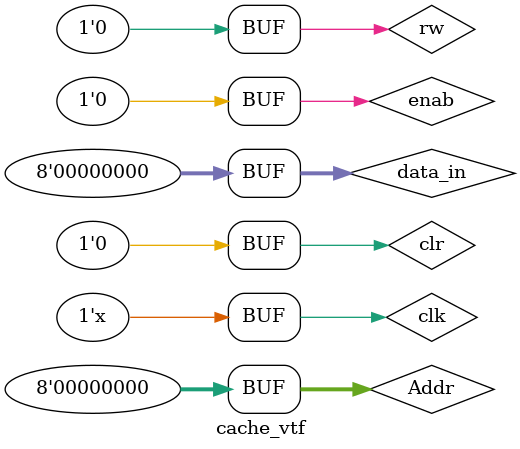
<source format=v>
`timescale 1ns / 1ps


module cache_vtf;

	// Inputs
	reg clk;
	reg clr;
	reg enab;
	reg rw;
	reg [7:0] Addr;
	reg [7:0] data_in;
	reg [18:0] cnt;

	// Outputs
	wire [7:0] data_out;
	wire hit;
	wire [7:0] addr0;
	wire [7:0] addr1;
	wire [7:0] addr2;
	wire [7:0] addr3;
	wire [7:0] data0;
	wire [7:0] data1;
	wire [7:0] data2;
	wire [7:0] data3;
	wire [7:0] ram0;
	wire [7:0] ram1;
	wire [7:0] ram2;
	wire [7:0] ram3;
	wire [7:0] ram4;
	wire [7:0] ram5;
	wire [7:0] ram6;
	wire [7:0] ram7;

	// Instantiate the Unit Under Test (UUT)
	cache uut (
		.clk(clk), 
		.clr(clr), 
		.enab(enab), 
		.rw(rw), 
		.Addr(Addr), 
		.data_in(data_in), 
		.data_out(data_out), 
		.hit(hit), 
		.addr0(addr0), 
		.addr1(addr1), 
		.addr2(addr2), 
		.addr3(addr3), 
		.data0(data0), 
		.data1(data1), 
		.data2(data2), 
		.data3(data3), 
		.ram0(ram0), 
		.ram1(ram1), 
		.ram2(ram2), 
		.ram3(ram3), 
		.ram4(ram4), 
		.ram5(ram5), 
		.ram6(ram6), 
		.ram7(ram7)
	);

	initial begin
		// Initialize Inputs
		clk = 0;
		clr = 0;
		enab = 0;
		rw = 0;
		Addr = 0;
		data_in = 0;
	end
	
	always begin
		// Wait 100 ns for global reset to finish
		#100;
		#5 clk = ~clk;
	end
		
   always @ (posedge clk) begin
	
	end
	
	// Add stimulus here
      
endmodule


</source>
